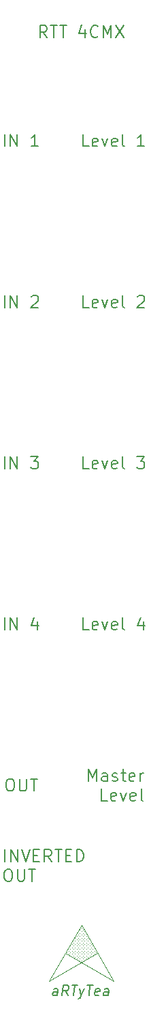
<source format=gbr>
%TF.GenerationSoftware,KiCad,Pcbnew,(6.0.2)*%
%TF.CreationDate,2022-05-06T20:28:20+02:00*%
%TF.ProjectId,4 Channel Mixer,34204368-616e-46e6-956c-204d69786572,1.0*%
%TF.SameCoordinates,Original*%
%TF.FileFunction,Legend,Top*%
%TF.FilePolarity,Positive*%
%FSLAX46Y46*%
G04 Gerber Fmt 4.6, Leading zero omitted, Abs format (unit mm)*
G04 Created by KiCad (PCBNEW (6.0.2)) date 2022-05-06 20:28:20*
%MOMM*%
%LPD*%
G01*
G04 APERTURE LIST*
%ADD10C,0.200000*%
%ADD11C,0.180000*%
%ADD12C,0.120000*%
G04 APERTURE END LIST*
D10*
X125428571Y-75678571D02*
X125428571Y-74178571D01*
X126142857Y-75678571D02*
X126142857Y-74178571D01*
X127000000Y-75678571D01*
X127000000Y-74178571D01*
X128785714Y-74321428D02*
X128857142Y-74250000D01*
X129000000Y-74178571D01*
X129357142Y-74178571D01*
X129500000Y-74250000D01*
X129571428Y-74321428D01*
X129642857Y-74464285D01*
X129642857Y-74607142D01*
X129571428Y-74821428D01*
X128714285Y-75678571D01*
X129642857Y-75678571D01*
X126000000Y-134178571D02*
X126285714Y-134178571D01*
X126428571Y-134250000D01*
X126571428Y-134392857D01*
X126642857Y-134678571D01*
X126642857Y-135178571D01*
X126571428Y-135464285D01*
X126428571Y-135607142D01*
X126285714Y-135678571D01*
X126000000Y-135678571D01*
X125857142Y-135607142D01*
X125714285Y-135464285D01*
X125642857Y-135178571D01*
X125642857Y-134678571D01*
X125714285Y-134392857D01*
X125857142Y-134250000D01*
X126000000Y-134178571D01*
X127285714Y-134178571D02*
X127285714Y-135392857D01*
X127357142Y-135535714D01*
X127428571Y-135607142D01*
X127571428Y-135678571D01*
X127857142Y-135678571D01*
X128000000Y-135607142D01*
X128071428Y-135535714D01*
X128142857Y-135392857D01*
X128142857Y-134178571D01*
X128642857Y-134178571D02*
X129500000Y-134178571D01*
X129071428Y-135678571D02*
X129071428Y-134178571D01*
X135870000Y-134471071D02*
X135870000Y-132971071D01*
X136370000Y-134042500D01*
X136870000Y-132971071D01*
X136870000Y-134471071D01*
X138227142Y-134471071D02*
X138227142Y-133685357D01*
X138155714Y-133542500D01*
X138012857Y-133471071D01*
X137727142Y-133471071D01*
X137584285Y-133542500D01*
X138227142Y-134399642D02*
X138084285Y-134471071D01*
X137727142Y-134471071D01*
X137584285Y-134399642D01*
X137512857Y-134256785D01*
X137512857Y-134113928D01*
X137584285Y-133971071D01*
X137727142Y-133899642D01*
X138084285Y-133899642D01*
X138227142Y-133828214D01*
X138870000Y-134399642D02*
X139012857Y-134471071D01*
X139298571Y-134471071D01*
X139441428Y-134399642D01*
X139512857Y-134256785D01*
X139512857Y-134185357D01*
X139441428Y-134042500D01*
X139298571Y-133971071D01*
X139084285Y-133971071D01*
X138941428Y-133899642D01*
X138870000Y-133756785D01*
X138870000Y-133685357D01*
X138941428Y-133542500D01*
X139084285Y-133471071D01*
X139298571Y-133471071D01*
X139441428Y-133542500D01*
X139941428Y-133471071D02*
X140512857Y-133471071D01*
X140155714Y-132971071D02*
X140155714Y-134256785D01*
X140227142Y-134399642D01*
X140370000Y-134471071D01*
X140512857Y-134471071D01*
X141584285Y-134399642D02*
X141441428Y-134471071D01*
X141155714Y-134471071D01*
X141012857Y-134399642D01*
X140941428Y-134256785D01*
X140941428Y-133685357D01*
X141012857Y-133542500D01*
X141155714Y-133471071D01*
X141441428Y-133471071D01*
X141584285Y-133542500D01*
X141655714Y-133685357D01*
X141655714Y-133828214D01*
X140941428Y-133971071D01*
X142298571Y-134471071D02*
X142298571Y-133471071D01*
X142298571Y-133756785D02*
X142370000Y-133613928D01*
X142441428Y-133542500D01*
X142584285Y-133471071D01*
X142727142Y-133471071D01*
X138227142Y-136886071D02*
X137512857Y-136886071D01*
X137512857Y-135386071D01*
X139298571Y-136814642D02*
X139155714Y-136886071D01*
X138870000Y-136886071D01*
X138727142Y-136814642D01*
X138655714Y-136671785D01*
X138655714Y-136100357D01*
X138727142Y-135957500D01*
X138870000Y-135886071D01*
X139155714Y-135886071D01*
X139298571Y-135957500D01*
X139370000Y-136100357D01*
X139370000Y-136243214D01*
X138655714Y-136386071D01*
X139870000Y-135886071D02*
X140227142Y-136886071D01*
X140584285Y-135886071D01*
X141727142Y-136814642D02*
X141584285Y-136886071D01*
X141298571Y-136886071D01*
X141155714Y-136814642D01*
X141084285Y-136671785D01*
X141084285Y-136100357D01*
X141155714Y-135957500D01*
X141298571Y-135886071D01*
X141584285Y-135886071D01*
X141727142Y-135957500D01*
X141798571Y-136100357D01*
X141798571Y-136243214D01*
X141084285Y-136386071D01*
X142655714Y-136886071D02*
X142512857Y-136814642D01*
X142441428Y-136671785D01*
X142441428Y-135386071D01*
X135928571Y-75678571D02*
X135214285Y-75678571D01*
X135214285Y-74178571D01*
X137000000Y-75607142D02*
X136857142Y-75678571D01*
X136571428Y-75678571D01*
X136428571Y-75607142D01*
X136357142Y-75464285D01*
X136357142Y-74892857D01*
X136428571Y-74750000D01*
X136571428Y-74678571D01*
X136857142Y-74678571D01*
X137000000Y-74750000D01*
X137071428Y-74892857D01*
X137071428Y-75035714D01*
X136357142Y-75178571D01*
X137571428Y-74678571D02*
X137928571Y-75678571D01*
X138285714Y-74678571D01*
X139428571Y-75607142D02*
X139285714Y-75678571D01*
X139000000Y-75678571D01*
X138857142Y-75607142D01*
X138785714Y-75464285D01*
X138785714Y-74892857D01*
X138857142Y-74750000D01*
X139000000Y-74678571D01*
X139285714Y-74678571D01*
X139428571Y-74750000D01*
X139500000Y-74892857D01*
X139500000Y-75035714D01*
X138785714Y-75178571D01*
X140357142Y-75678571D02*
X140214285Y-75607142D01*
X140142857Y-75464285D01*
X140142857Y-74178571D01*
X142000000Y-74321428D02*
X142071428Y-74250000D01*
X142214285Y-74178571D01*
X142571428Y-74178571D01*
X142714285Y-74250000D01*
X142785714Y-74321428D01*
X142857142Y-74464285D01*
X142857142Y-74607142D01*
X142785714Y-74821428D01*
X141928571Y-75678571D01*
X142857142Y-75678571D01*
X130714285Y-42178571D02*
X130214285Y-41464285D01*
X129857142Y-42178571D02*
X129857142Y-40678571D01*
X130428571Y-40678571D01*
X130571428Y-40750000D01*
X130642857Y-40821428D01*
X130714285Y-40964285D01*
X130714285Y-41178571D01*
X130642857Y-41321428D01*
X130571428Y-41392857D01*
X130428571Y-41464285D01*
X129857142Y-41464285D01*
X131142857Y-40678571D02*
X132000000Y-40678571D01*
X131571428Y-42178571D02*
X131571428Y-40678571D01*
X132285714Y-40678571D02*
X133142857Y-40678571D01*
X132714285Y-42178571D02*
X132714285Y-40678571D01*
X135428571Y-41178571D02*
X135428571Y-42178571D01*
X135071428Y-40607142D02*
X134714285Y-41678571D01*
X135642857Y-41678571D01*
X137071428Y-42035714D02*
X137000000Y-42107142D01*
X136785714Y-42178571D01*
X136642857Y-42178571D01*
X136428571Y-42107142D01*
X136285714Y-41964285D01*
X136214285Y-41821428D01*
X136142857Y-41535714D01*
X136142857Y-41321428D01*
X136214285Y-41035714D01*
X136285714Y-40892857D01*
X136428571Y-40750000D01*
X136642857Y-40678571D01*
X136785714Y-40678571D01*
X137000000Y-40750000D01*
X137071428Y-40821428D01*
X137714285Y-42178571D02*
X137714285Y-40678571D01*
X138214285Y-41750000D01*
X138714285Y-40678571D01*
X138714285Y-42178571D01*
X139285714Y-40678571D02*
X140285714Y-42178571D01*
X140285714Y-40678571D02*
X139285714Y-42178571D01*
X135928571Y-95678571D02*
X135214285Y-95678571D01*
X135214285Y-94178571D01*
X137000000Y-95607142D02*
X136857142Y-95678571D01*
X136571428Y-95678571D01*
X136428571Y-95607142D01*
X136357142Y-95464285D01*
X136357142Y-94892857D01*
X136428571Y-94750000D01*
X136571428Y-94678571D01*
X136857142Y-94678571D01*
X137000000Y-94750000D01*
X137071428Y-94892857D01*
X137071428Y-95035714D01*
X136357142Y-95178571D01*
X137571428Y-94678571D02*
X137928571Y-95678571D01*
X138285714Y-94678571D01*
X139428571Y-95607142D02*
X139285714Y-95678571D01*
X139000000Y-95678571D01*
X138857142Y-95607142D01*
X138785714Y-95464285D01*
X138785714Y-94892857D01*
X138857142Y-94750000D01*
X139000000Y-94678571D01*
X139285714Y-94678571D01*
X139428571Y-94750000D01*
X139500000Y-94892857D01*
X139500000Y-95035714D01*
X138785714Y-95178571D01*
X140357142Y-95678571D02*
X140214285Y-95607142D01*
X140142857Y-95464285D01*
X140142857Y-94178571D01*
X141928571Y-94178571D02*
X142857142Y-94178571D01*
X142357142Y-94750000D01*
X142571428Y-94750000D01*
X142714285Y-94821428D01*
X142785714Y-94892857D01*
X142857142Y-95035714D01*
X142857142Y-95392857D01*
X142785714Y-95535714D01*
X142714285Y-95607142D01*
X142571428Y-95678571D01*
X142142857Y-95678571D01*
X142000000Y-95607142D01*
X141928571Y-95535714D01*
X125487142Y-144471071D02*
X125487142Y-142971071D01*
X126201428Y-144471071D02*
X126201428Y-142971071D01*
X127058571Y-144471071D01*
X127058571Y-142971071D01*
X127558571Y-142971071D02*
X128058571Y-144471071D01*
X128558571Y-142971071D01*
X129058571Y-143685357D02*
X129558571Y-143685357D01*
X129772857Y-144471071D02*
X129058571Y-144471071D01*
X129058571Y-142971071D01*
X129772857Y-142971071D01*
X131272857Y-144471071D02*
X130772857Y-143756785D01*
X130415714Y-144471071D02*
X130415714Y-142971071D01*
X130987142Y-142971071D01*
X131130000Y-143042500D01*
X131201428Y-143113928D01*
X131272857Y-143256785D01*
X131272857Y-143471071D01*
X131201428Y-143613928D01*
X131130000Y-143685357D01*
X130987142Y-143756785D01*
X130415714Y-143756785D01*
X131701428Y-142971071D02*
X132558571Y-142971071D01*
X132130000Y-144471071D02*
X132130000Y-142971071D01*
X133058571Y-143685357D02*
X133558571Y-143685357D01*
X133772857Y-144471071D02*
X133058571Y-144471071D01*
X133058571Y-142971071D01*
X133772857Y-142971071D01*
X134415714Y-144471071D02*
X134415714Y-142971071D01*
X134772857Y-142971071D01*
X134987142Y-143042500D01*
X135130000Y-143185357D01*
X135201428Y-143328214D01*
X135272857Y-143613928D01*
X135272857Y-143828214D01*
X135201428Y-144113928D01*
X135130000Y-144256785D01*
X134987142Y-144399642D01*
X134772857Y-144471071D01*
X134415714Y-144471071D01*
X125772857Y-145386071D02*
X126058571Y-145386071D01*
X126201428Y-145457500D01*
X126344285Y-145600357D01*
X126415714Y-145886071D01*
X126415714Y-146386071D01*
X126344285Y-146671785D01*
X126201428Y-146814642D01*
X126058571Y-146886071D01*
X125772857Y-146886071D01*
X125630000Y-146814642D01*
X125487142Y-146671785D01*
X125415714Y-146386071D01*
X125415714Y-145886071D01*
X125487142Y-145600357D01*
X125630000Y-145457500D01*
X125772857Y-145386071D01*
X127058571Y-145386071D02*
X127058571Y-146600357D01*
X127130000Y-146743214D01*
X127201428Y-146814642D01*
X127344285Y-146886071D01*
X127630000Y-146886071D01*
X127772857Y-146814642D01*
X127844285Y-146743214D01*
X127915714Y-146600357D01*
X127915714Y-145386071D01*
X128415714Y-145386071D02*
X129272857Y-145386071D01*
X128844285Y-146886071D02*
X128844285Y-145386071D01*
X125428571Y-55678571D02*
X125428571Y-54178571D01*
X126142857Y-55678571D02*
X126142857Y-54178571D01*
X127000000Y-55678571D01*
X127000000Y-54178571D01*
X129642857Y-55678571D02*
X128785714Y-55678571D01*
X129214285Y-55678571D02*
X129214285Y-54178571D01*
X129071428Y-54392857D01*
X128928571Y-54535714D01*
X128785714Y-54607142D01*
X125428571Y-115678571D02*
X125428571Y-114178571D01*
X126142857Y-115678571D02*
X126142857Y-114178571D01*
X127000000Y-115678571D01*
X127000000Y-114178571D01*
X129500000Y-114678571D02*
X129500000Y-115678571D01*
X129142857Y-114107142D02*
X128785714Y-115178571D01*
X129714285Y-115178571D01*
X125428571Y-95678571D02*
X125428571Y-94178571D01*
X126142857Y-95678571D02*
X126142857Y-94178571D01*
X127000000Y-95678571D01*
X127000000Y-94178571D01*
X128714285Y-94178571D02*
X129642857Y-94178571D01*
X129142857Y-94750000D01*
X129357142Y-94750000D01*
X129500000Y-94821428D01*
X129571428Y-94892857D01*
X129642857Y-95035714D01*
X129642857Y-95392857D01*
X129571428Y-95535714D01*
X129500000Y-95607142D01*
X129357142Y-95678571D01*
X128928571Y-95678571D01*
X128785714Y-95607142D01*
X128714285Y-95535714D01*
X135928571Y-55678571D02*
X135214285Y-55678571D01*
X135214285Y-54178571D01*
X137000000Y-55607142D02*
X136857142Y-55678571D01*
X136571428Y-55678571D01*
X136428571Y-55607142D01*
X136357142Y-55464285D01*
X136357142Y-54892857D01*
X136428571Y-54750000D01*
X136571428Y-54678571D01*
X136857142Y-54678571D01*
X137000000Y-54750000D01*
X137071428Y-54892857D01*
X137071428Y-55035714D01*
X136357142Y-55178571D01*
X137571428Y-54678571D02*
X137928571Y-55678571D01*
X138285714Y-54678571D01*
X139428571Y-55607142D02*
X139285714Y-55678571D01*
X139000000Y-55678571D01*
X138857142Y-55607142D01*
X138785714Y-55464285D01*
X138785714Y-54892857D01*
X138857142Y-54750000D01*
X139000000Y-54678571D01*
X139285714Y-54678571D01*
X139428571Y-54750000D01*
X139500000Y-54892857D01*
X139500000Y-55035714D01*
X138785714Y-55178571D01*
X140357142Y-55678571D02*
X140214285Y-55607142D01*
X140142857Y-55464285D01*
X140142857Y-54178571D01*
X142857142Y-55678571D02*
X142000000Y-55678571D01*
X142428571Y-55678571D02*
X142428571Y-54178571D01*
X142285714Y-54392857D01*
X142142857Y-54535714D01*
X142000000Y-54607142D01*
X135928571Y-115678571D02*
X135214285Y-115678571D01*
X135214285Y-114178571D01*
X137000000Y-115607142D02*
X136857142Y-115678571D01*
X136571428Y-115678571D01*
X136428571Y-115607142D01*
X136357142Y-115464285D01*
X136357142Y-114892857D01*
X136428571Y-114750000D01*
X136571428Y-114678571D01*
X136857142Y-114678571D01*
X137000000Y-114750000D01*
X137071428Y-114892857D01*
X137071428Y-115035714D01*
X136357142Y-115178571D01*
X137571428Y-114678571D02*
X137928571Y-115678571D01*
X138285714Y-114678571D01*
X139428571Y-115607142D02*
X139285714Y-115678571D01*
X139000000Y-115678571D01*
X138857142Y-115607142D01*
X138785714Y-115464285D01*
X138785714Y-114892857D01*
X138857142Y-114750000D01*
X139000000Y-114678571D01*
X139285714Y-114678571D01*
X139428571Y-114750000D01*
X139500000Y-114892857D01*
X139500000Y-115035714D01*
X138785714Y-115178571D01*
X140357142Y-115678571D02*
X140214285Y-115607142D01*
X140142857Y-115464285D01*
X140142857Y-114178571D01*
X142714285Y-114678571D02*
X142714285Y-115678571D01*
X142357142Y-114107142D02*
X142000000Y-115178571D01*
X142928571Y-115178571D01*
D11*
%TO.C,REF\u002A\u002A*%
X132001986Y-161069592D02*
X132083831Y-160414830D01*
X132039188Y-160295782D01*
X131927581Y-160236258D01*
X131689486Y-160236258D01*
X131562998Y-160295782D01*
X132009426Y-161010068D02*
X131882938Y-161069592D01*
X131585319Y-161069592D01*
X131473712Y-161010068D01*
X131429069Y-160891020D01*
X131443950Y-160771973D01*
X131518355Y-160652925D01*
X131644843Y-160593401D01*
X131942462Y-160593401D01*
X132068950Y-160533877D01*
X133311510Y-161069592D02*
X132969248Y-160474354D01*
X132597224Y-161069592D02*
X132753474Y-159819592D01*
X133229665Y-159819592D01*
X133341272Y-159879116D01*
X133393355Y-159938639D01*
X133437998Y-160057687D01*
X133415676Y-160236258D01*
X133341272Y-160355306D01*
X133274307Y-160414830D01*
X133147819Y-160474354D01*
X132671629Y-160474354D01*
X133824903Y-159819592D02*
X134539188Y-159819592D01*
X134025795Y-161069592D02*
X134182045Y-159819592D01*
X134784724Y-160236258D02*
X134978176Y-161069592D01*
X135379962Y-160236258D02*
X134978176Y-161069592D01*
X134821926Y-161367211D01*
X134754962Y-161426735D01*
X134628474Y-161486258D01*
X135729665Y-159819592D02*
X136443950Y-159819592D01*
X135930557Y-161069592D02*
X136086807Y-159819592D01*
X137187998Y-161010068D02*
X137061510Y-161069592D01*
X136823415Y-161069592D01*
X136711807Y-161010068D01*
X136667165Y-160891020D01*
X136726688Y-160414830D01*
X136801093Y-160295782D01*
X136927581Y-160236258D01*
X137165676Y-160236258D01*
X137277284Y-160295782D01*
X137321926Y-160414830D01*
X137307045Y-160533877D01*
X136696926Y-160652925D01*
X138311510Y-161069592D02*
X138393355Y-160414830D01*
X138348712Y-160295782D01*
X138237105Y-160236258D01*
X137999010Y-160236258D01*
X137872522Y-160295782D01*
X138318950Y-161010068D02*
X138192462Y-161069592D01*
X137894843Y-161069592D01*
X137783236Y-161010068D01*
X137738593Y-160891020D01*
X137753474Y-160771973D01*
X137827879Y-160652925D01*
X137954367Y-160593401D01*
X138251986Y-160593401D01*
X138378474Y-160533877D01*
D12*
X131007232Y-159304116D02*
X135007232Y-152304116D01*
X139007232Y-159304116D02*
X133007232Y-155804116D01*
X135007232Y-152304116D02*
X139007232Y-159304116D01*
X131007232Y-159304116D02*
X137007232Y-155804116D01*
X136207232Y-155104116D02*
G75*
G03*
X136207232Y-155104116I0J0D01*
G01*
X136007232Y-156104116D02*
G75*
G03*
X136007232Y-156104116I0J0D01*
G01*
X134207232Y-155504116D02*
G75*
G03*
X134207232Y-155504116I0J0D01*
G01*
X136807232Y-155704116D02*
G75*
G03*
X136807232Y-155704116I0J0D01*
G01*
X134407232Y-154904116D02*
G75*
G03*
X134407232Y-154904116I0J0D01*
G01*
X135407232Y-154704116D02*
G75*
G03*
X135407232Y-154704116I0J0D01*
G01*
X134807232Y-154504116D02*
G75*
G03*
X134807232Y-154504116I0J0D01*
G01*
X135207232Y-154904116D02*
G75*
G03*
X135207232Y-154904116I0J0D01*
G01*
X135807232Y-154704116D02*
G75*
G03*
X135807232Y-154704116I0J0D01*
G01*
X134407232Y-155704116D02*
G75*
G03*
X134407232Y-155704116I0J0D01*
G01*
X135207232Y-154104116D02*
G75*
G03*
X135207232Y-154104116I0J0D01*
G01*
X135407232Y-156704116D02*
G75*
G03*
X135407232Y-156704116I0J0D01*
G01*
X134207232Y-153904116D02*
G75*
G03*
X134207232Y-153904116I0J0D01*
G01*
X134807232Y-155704116D02*
G75*
G03*
X134807232Y-155704116I0J0D01*
G01*
X135007232Y-156304116D02*
G75*
G03*
X135007232Y-156304116I0J0D01*
G01*
X135407232Y-155504116D02*
G75*
G03*
X135407232Y-155504116I0J0D01*
G01*
X133807232Y-155504116D02*
G75*
G03*
X133807232Y-155504116I0J0D01*
G01*
X135007232Y-155504116D02*
G75*
G03*
X135007232Y-155504116I0J0D01*
G01*
X134607232Y-155104116D02*
G75*
G03*
X134607232Y-155104116I0J0D01*
G01*
X135007232Y-155904116D02*
G75*
G03*
X135007232Y-155904116I0J0D01*
G01*
X134607232Y-155504116D02*
G75*
G03*
X134607232Y-155504116I0J0D01*
G01*
X134207232Y-156304116D02*
G75*
G03*
X134207232Y-156304116I0J0D01*
G01*
X135007232Y-156704116D02*
G75*
G03*
X135007232Y-156704116I0J0D01*
G01*
X134807232Y-155304116D02*
G75*
G03*
X134807232Y-155304116I0J0D01*
G01*
X134407232Y-154104116D02*
G75*
G03*
X134407232Y-154104116I0J0D01*
G01*
X135407232Y-153104116D02*
G75*
G03*
X135407232Y-153104116I0J0D01*
G01*
X134607232Y-154704116D02*
G75*
G03*
X134607232Y-154704116I0J0D01*
G01*
X136407232Y-155304116D02*
G75*
G03*
X136407232Y-155304116I0J0D01*
G01*
X135207232Y-156104116D02*
G75*
G03*
X135207232Y-156104116I0J0D01*
G01*
X133807232Y-155904116D02*
G75*
G03*
X133807232Y-155904116I0J0D01*
G01*
X135207232Y-153704116D02*
G75*
G03*
X135207232Y-153704116I0J0D01*
G01*
X133807232Y-155104116D02*
G75*
G03*
X133807232Y-155104116I0J0D01*
G01*
X134607232Y-155904116D02*
G75*
G03*
X134607232Y-155904116I0J0D01*
G01*
X134807232Y-153304116D02*
G75*
G03*
X134807232Y-153304116I0J0D01*
G01*
X135607232Y-154504116D02*
G75*
G03*
X135607232Y-154504116I0J0D01*
G01*
X135207232Y-156504116D02*
G75*
G03*
X135207232Y-156504116I0J0D01*
G01*
X135807232Y-156304116D02*
G75*
G03*
X135807232Y-156304116I0J0D01*
G01*
X135207232Y-155304116D02*
G75*
G03*
X135207232Y-155304116I0J0D01*
G01*
X134807232Y-154904116D02*
G75*
G03*
X134807232Y-154904116I0J0D01*
G01*
X133407232Y-155904116D02*
G75*
G03*
X133407232Y-155904116I0J0D01*
G01*
X134607232Y-153104116D02*
G75*
G03*
X134607232Y-153104116I0J0D01*
G01*
X133407232Y-155504116D02*
G75*
G03*
X133407232Y-155504116I0J0D01*
G01*
X134807232Y-154104116D02*
G75*
G03*
X134807232Y-154104116I0J0D01*
G01*
X134807232Y-156104116D02*
G75*
G03*
X134807232Y-156104116I0J0D01*
G01*
X135607232Y-155304116D02*
G75*
G03*
X135607232Y-155304116I0J0D01*
G01*
X135007232Y-153904116D02*
G75*
G03*
X135007232Y-153904116I0J0D01*
G01*
X135607232Y-154104116D02*
G75*
G03*
X135607232Y-154104116I0J0D01*
G01*
X133607232Y-154904116D02*
G75*
G03*
X133607232Y-154904116I0J0D01*
G01*
X135007232Y-155104116D02*
G75*
G03*
X135007232Y-155104116I0J0D01*
G01*
X135207232Y-152904116D02*
G75*
G03*
X135207232Y-152904116I0J0D01*
G01*
X135607232Y-156504116D02*
G75*
G03*
X135607232Y-156504116I0J0D01*
G01*
X134007232Y-154504116D02*
G75*
G03*
X134007232Y-154504116I0J0D01*
G01*
X135007232Y-153104116D02*
G75*
G03*
X135007232Y-153104116I0J0D01*
G01*
X135407232Y-155904116D02*
G75*
G03*
X135407232Y-155904116I0J0D01*
G01*
X135807232Y-155504116D02*
G75*
G03*
X135807232Y-155504116I0J0D01*
G01*
X136007232Y-154504116D02*
G75*
G03*
X136007232Y-154504116I0J0D01*
G01*
X134407232Y-154504116D02*
G75*
G03*
X134407232Y-154504116I0J0D01*
G01*
X134407232Y-156504116D02*
G75*
G03*
X134407232Y-156504116I0J0D01*
G01*
X134007232Y-156104116D02*
G75*
G03*
X134007232Y-156104116I0J0D01*
G01*
X135607232Y-153704116D02*
G75*
G03*
X135607232Y-153704116I0J0D01*
G01*
X136207232Y-155504116D02*
G75*
G03*
X136207232Y-155504116I0J0D01*
G01*
X135007232Y-154704116D02*
G75*
G03*
X135007232Y-154704116I0J0D01*
G01*
X135407232Y-153904116D02*
G75*
G03*
X135407232Y-153904116I0J0D01*
G01*
X134607232Y-153504116D02*
G75*
G03*
X134607232Y-153504116I0J0D01*
G01*
X136407232Y-155704116D02*
G75*
G03*
X136407232Y-155704116I0J0D01*
G01*
X133807232Y-154704116D02*
G75*
G03*
X133807232Y-154704116I0J0D01*
G01*
X134207232Y-155904116D02*
G75*
G03*
X134207232Y-155904116I0J0D01*
G01*
X134607232Y-153904116D02*
G75*
G03*
X134607232Y-153904116I0J0D01*
G01*
X133614464Y-155705885D02*
G75*
G03*
X133614464Y-155705885I0J0D01*
G01*
X135407232Y-155104116D02*
G75*
G03*
X135407232Y-155104116I0J0D01*
G01*
X135607232Y-155704116D02*
G75*
G03*
X135607232Y-155704116I0J0D01*
G01*
X136007232Y-155304116D02*
G75*
G03*
X136007232Y-155304116I0J0D01*
G01*
X135807232Y-153904116D02*
G75*
G03*
X135807232Y-153904116I0J0D01*
G01*
X135207232Y-153304116D02*
G75*
G03*
X135207232Y-153304116I0J0D01*
G01*
X136207232Y-155904116D02*
G75*
G03*
X136207232Y-155904116I0J0D01*
G01*
X135207232Y-154504116D02*
G75*
G03*
X135207232Y-154504116I0J0D01*
G01*
X134207232Y-154304116D02*
G75*
G03*
X134207232Y-154304116I0J0D01*
G01*
X136007232Y-154904116D02*
G75*
G03*
X136007232Y-154904116I0J0D01*
G01*
X136007232Y-155704116D02*
G75*
G03*
X136007232Y-155704116I0J0D01*
G01*
X136207232Y-154704116D02*
G75*
G03*
X136207232Y-154704116I0J0D01*
G01*
X134607232Y-154304116D02*
G75*
G03*
X134607232Y-154304116I0J0D01*
G01*
X136607232Y-155504116D02*
G75*
G03*
X136607232Y-155504116I0J0D01*
G01*
X134007232Y-155304116D02*
G75*
G03*
X134007232Y-155304116I0J0D01*
G01*
X133607232Y-155304116D02*
G75*
G03*
X133607232Y-155304116I0J0D01*
G01*
X134407232Y-156104116D02*
G75*
G03*
X134407232Y-156104116I0J0D01*
G01*
X135207232Y-155704116D02*
G75*
G03*
X135207232Y-155704116I0J0D01*
G01*
X135607232Y-156104116D02*
G75*
G03*
X135607232Y-156104116I0J0D01*
G01*
X135807232Y-154304116D02*
G75*
G03*
X135807232Y-154304116I0J0D01*
G01*
X134807232Y-156504116D02*
G75*
G03*
X134807232Y-156504116I0J0D01*
G01*
X134807232Y-153704116D02*
G75*
G03*
X134807232Y-153704116I0J0D01*
G01*
X135407232Y-156304116D02*
G75*
G03*
X135407232Y-156304116I0J0D01*
G01*
X134407232Y-155304116D02*
G75*
G03*
X134407232Y-155304116I0J0D01*
G01*
X136600000Y-155905885D02*
G75*
G03*
X136600000Y-155905885I0J0D01*
G01*
X135807232Y-155104116D02*
G75*
G03*
X135807232Y-155104116I0J0D01*
G01*
X135607232Y-154904116D02*
G75*
G03*
X135607232Y-154904116I0J0D01*
G01*
X135407232Y-153504116D02*
G75*
G03*
X135407232Y-153504116I0J0D01*
G01*
X134007232Y-154904116D02*
G75*
G03*
X134007232Y-154904116I0J0D01*
G01*
X133607232Y-156104116D02*
G75*
G03*
X133607232Y-156104116I0J0D01*
G01*
X134207232Y-154704116D02*
G75*
G03*
X134207232Y-154704116I0J0D01*
G01*
X134207232Y-155104116D02*
G75*
G03*
X134207232Y-155104116I0J0D01*
G01*
X136007232Y-154104116D02*
G75*
G03*
X136007232Y-154104116I0J0D01*
G01*
X136407232Y-154904116D02*
G75*
G03*
X136407232Y-154904116I0J0D01*
G01*
X135807232Y-155904116D02*
G75*
G03*
X135807232Y-155904116I0J0D01*
G01*
X134007232Y-155704116D02*
G75*
G03*
X134007232Y-155704116I0J0D01*
G01*
X135407232Y-154304116D02*
G75*
G03*
X135407232Y-154304116I0J0D01*
G01*
X133207232Y-155704116D02*
G75*
G03*
X133207232Y-155704116I0J0D01*
G01*
X134807232Y-152904116D02*
G75*
G03*
X134807232Y-152904116I0J0D01*
G01*
X135007232Y-153504116D02*
G75*
G03*
X135007232Y-153504116I0J0D01*
G01*
X135007232Y-152704116D02*
G75*
G03*
X135007232Y-152704116I0J0D01*
G01*
X134407232Y-153704116D02*
G75*
G03*
X134407232Y-153704116I0J0D01*
G01*
X135007232Y-154304116D02*
G75*
G03*
X135007232Y-154304116I0J0D01*
G01*
X134607232Y-156304116D02*
G75*
G03*
X134607232Y-156304116I0J0D01*
G01*
%TD*%
M02*

</source>
